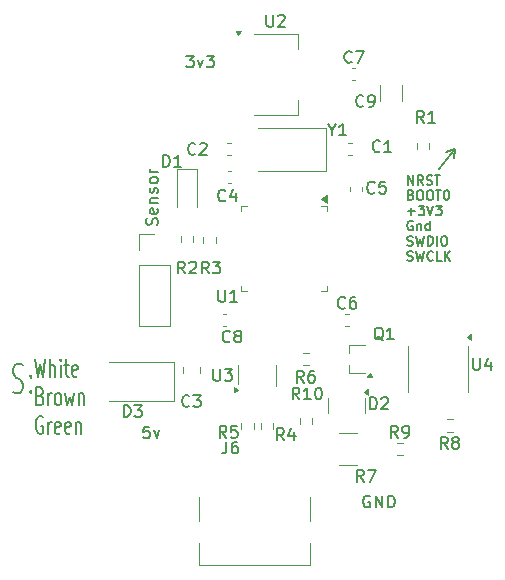
<source format=gbr>
%TF.GenerationSoftware,KiCad,Pcbnew,8.0.6*%
%TF.CreationDate,2024-12-26T12:17:48+03:00*%
%TF.ProjectId,Hall,48616c6c-2e6b-4696-9361-645f70636258,rev?*%
%TF.SameCoordinates,Original*%
%TF.FileFunction,Legend,Top*%
%TF.FilePolarity,Positive*%
%FSLAX46Y46*%
G04 Gerber Fmt 4.6, Leading zero omitted, Abs format (unit mm)*
G04 Created by KiCad (PCBNEW 8.0.6) date 2024-12-26 12:17:48*
%MOMM*%
%LPD*%
G01*
G04 APERTURE LIST*
%ADD10C,0.150000*%
%ADD11C,0.120000*%
G04 APERTURE END LIST*
D10*
X86995000Y-37973000D02*
X86868000Y-38735000D01*
X85598000Y-39624000D02*
X86995000Y-37973000D01*
X86995000Y-37973000D02*
X86233000Y-38227000D01*
X82966160Y-40952520D02*
X82966160Y-40152520D01*
X82966160Y-40152520D02*
X83423303Y-40952520D01*
X83423303Y-40952520D02*
X83423303Y-40152520D01*
X84261398Y-40952520D02*
X83994731Y-40571567D01*
X83804255Y-40952520D02*
X83804255Y-40152520D01*
X83804255Y-40152520D02*
X84109017Y-40152520D01*
X84109017Y-40152520D02*
X84185207Y-40190615D01*
X84185207Y-40190615D02*
X84223302Y-40228710D01*
X84223302Y-40228710D02*
X84261398Y-40304901D01*
X84261398Y-40304901D02*
X84261398Y-40419186D01*
X84261398Y-40419186D02*
X84223302Y-40495377D01*
X84223302Y-40495377D02*
X84185207Y-40533472D01*
X84185207Y-40533472D02*
X84109017Y-40571567D01*
X84109017Y-40571567D02*
X83804255Y-40571567D01*
X84566159Y-40914425D02*
X84680445Y-40952520D01*
X84680445Y-40952520D02*
X84870921Y-40952520D01*
X84870921Y-40952520D02*
X84947112Y-40914425D01*
X84947112Y-40914425D02*
X84985207Y-40876329D01*
X84985207Y-40876329D02*
X85023302Y-40800139D01*
X85023302Y-40800139D02*
X85023302Y-40723948D01*
X85023302Y-40723948D02*
X84985207Y-40647758D01*
X84985207Y-40647758D02*
X84947112Y-40609663D01*
X84947112Y-40609663D02*
X84870921Y-40571567D01*
X84870921Y-40571567D02*
X84718540Y-40533472D01*
X84718540Y-40533472D02*
X84642350Y-40495377D01*
X84642350Y-40495377D02*
X84604255Y-40457282D01*
X84604255Y-40457282D02*
X84566159Y-40381091D01*
X84566159Y-40381091D02*
X84566159Y-40304901D01*
X84566159Y-40304901D02*
X84604255Y-40228710D01*
X84604255Y-40228710D02*
X84642350Y-40190615D01*
X84642350Y-40190615D02*
X84718540Y-40152520D01*
X84718540Y-40152520D02*
X84909017Y-40152520D01*
X84909017Y-40152520D02*
X85023302Y-40190615D01*
X85251874Y-40152520D02*
X85709017Y-40152520D01*
X85480445Y-40952520D02*
X85480445Y-40152520D01*
X83232826Y-41821427D02*
X83347112Y-41859522D01*
X83347112Y-41859522D02*
X83385207Y-41897618D01*
X83385207Y-41897618D02*
X83423303Y-41973808D01*
X83423303Y-41973808D02*
X83423303Y-42088094D01*
X83423303Y-42088094D02*
X83385207Y-42164284D01*
X83385207Y-42164284D02*
X83347112Y-42202380D01*
X83347112Y-42202380D02*
X83270922Y-42240475D01*
X83270922Y-42240475D02*
X82966160Y-42240475D01*
X82966160Y-42240475D02*
X82966160Y-41440475D01*
X82966160Y-41440475D02*
X83232826Y-41440475D01*
X83232826Y-41440475D02*
X83309017Y-41478570D01*
X83309017Y-41478570D02*
X83347112Y-41516665D01*
X83347112Y-41516665D02*
X83385207Y-41592856D01*
X83385207Y-41592856D02*
X83385207Y-41669046D01*
X83385207Y-41669046D02*
X83347112Y-41745237D01*
X83347112Y-41745237D02*
X83309017Y-41783332D01*
X83309017Y-41783332D02*
X83232826Y-41821427D01*
X83232826Y-41821427D02*
X82966160Y-41821427D01*
X83918541Y-41440475D02*
X84070922Y-41440475D01*
X84070922Y-41440475D02*
X84147112Y-41478570D01*
X84147112Y-41478570D02*
X84223303Y-41554760D01*
X84223303Y-41554760D02*
X84261398Y-41707141D01*
X84261398Y-41707141D02*
X84261398Y-41973808D01*
X84261398Y-41973808D02*
X84223303Y-42126189D01*
X84223303Y-42126189D02*
X84147112Y-42202380D01*
X84147112Y-42202380D02*
X84070922Y-42240475D01*
X84070922Y-42240475D02*
X83918541Y-42240475D01*
X83918541Y-42240475D02*
X83842350Y-42202380D01*
X83842350Y-42202380D02*
X83766160Y-42126189D01*
X83766160Y-42126189D02*
X83728064Y-41973808D01*
X83728064Y-41973808D02*
X83728064Y-41707141D01*
X83728064Y-41707141D02*
X83766160Y-41554760D01*
X83766160Y-41554760D02*
X83842350Y-41478570D01*
X83842350Y-41478570D02*
X83918541Y-41440475D01*
X84756636Y-41440475D02*
X84909017Y-41440475D01*
X84909017Y-41440475D02*
X84985207Y-41478570D01*
X84985207Y-41478570D02*
X85061398Y-41554760D01*
X85061398Y-41554760D02*
X85099493Y-41707141D01*
X85099493Y-41707141D02*
X85099493Y-41973808D01*
X85099493Y-41973808D02*
X85061398Y-42126189D01*
X85061398Y-42126189D02*
X84985207Y-42202380D01*
X84985207Y-42202380D02*
X84909017Y-42240475D01*
X84909017Y-42240475D02*
X84756636Y-42240475D01*
X84756636Y-42240475D02*
X84680445Y-42202380D01*
X84680445Y-42202380D02*
X84604255Y-42126189D01*
X84604255Y-42126189D02*
X84566159Y-41973808D01*
X84566159Y-41973808D02*
X84566159Y-41707141D01*
X84566159Y-41707141D02*
X84604255Y-41554760D01*
X84604255Y-41554760D02*
X84680445Y-41478570D01*
X84680445Y-41478570D02*
X84756636Y-41440475D01*
X85328064Y-41440475D02*
X85785207Y-41440475D01*
X85556635Y-42240475D02*
X85556635Y-41440475D01*
X86204255Y-41440475D02*
X86280445Y-41440475D01*
X86280445Y-41440475D02*
X86356636Y-41478570D01*
X86356636Y-41478570D02*
X86394731Y-41516665D01*
X86394731Y-41516665D02*
X86432826Y-41592856D01*
X86432826Y-41592856D02*
X86470921Y-41745237D01*
X86470921Y-41745237D02*
X86470921Y-41935713D01*
X86470921Y-41935713D02*
X86432826Y-42088094D01*
X86432826Y-42088094D02*
X86394731Y-42164284D01*
X86394731Y-42164284D02*
X86356636Y-42202380D01*
X86356636Y-42202380D02*
X86280445Y-42240475D01*
X86280445Y-42240475D02*
X86204255Y-42240475D01*
X86204255Y-42240475D02*
X86128064Y-42202380D01*
X86128064Y-42202380D02*
X86089969Y-42164284D01*
X86089969Y-42164284D02*
X86051874Y-42088094D01*
X86051874Y-42088094D02*
X86013778Y-41935713D01*
X86013778Y-41935713D02*
X86013778Y-41745237D01*
X86013778Y-41745237D02*
X86051874Y-41592856D01*
X86051874Y-41592856D02*
X86089969Y-41516665D01*
X86089969Y-41516665D02*
X86128064Y-41478570D01*
X86128064Y-41478570D02*
X86204255Y-41440475D01*
X82966160Y-43223668D02*
X83575684Y-43223668D01*
X83270922Y-43528430D02*
X83270922Y-42918906D01*
X83880445Y-42728430D02*
X84375683Y-42728430D01*
X84375683Y-42728430D02*
X84109017Y-43033192D01*
X84109017Y-43033192D02*
X84223302Y-43033192D01*
X84223302Y-43033192D02*
X84299493Y-43071287D01*
X84299493Y-43071287D02*
X84337588Y-43109382D01*
X84337588Y-43109382D02*
X84375683Y-43185573D01*
X84375683Y-43185573D02*
X84375683Y-43376049D01*
X84375683Y-43376049D02*
X84337588Y-43452239D01*
X84337588Y-43452239D02*
X84299493Y-43490335D01*
X84299493Y-43490335D02*
X84223302Y-43528430D01*
X84223302Y-43528430D02*
X83994731Y-43528430D01*
X83994731Y-43528430D02*
X83918540Y-43490335D01*
X83918540Y-43490335D02*
X83880445Y-43452239D01*
X84604255Y-42728430D02*
X84870922Y-43528430D01*
X84870922Y-43528430D02*
X85137588Y-42728430D01*
X85328064Y-42728430D02*
X85823302Y-42728430D01*
X85823302Y-42728430D02*
X85556636Y-43033192D01*
X85556636Y-43033192D02*
X85670921Y-43033192D01*
X85670921Y-43033192D02*
X85747112Y-43071287D01*
X85747112Y-43071287D02*
X85785207Y-43109382D01*
X85785207Y-43109382D02*
X85823302Y-43185573D01*
X85823302Y-43185573D02*
X85823302Y-43376049D01*
X85823302Y-43376049D02*
X85785207Y-43452239D01*
X85785207Y-43452239D02*
X85747112Y-43490335D01*
X85747112Y-43490335D02*
X85670921Y-43528430D01*
X85670921Y-43528430D02*
X85442350Y-43528430D01*
X85442350Y-43528430D02*
X85366159Y-43490335D01*
X85366159Y-43490335D02*
X85328064Y-43452239D01*
X83385207Y-44054480D02*
X83309017Y-44016385D01*
X83309017Y-44016385D02*
X83194731Y-44016385D01*
X83194731Y-44016385D02*
X83080445Y-44054480D01*
X83080445Y-44054480D02*
X83004255Y-44130670D01*
X83004255Y-44130670D02*
X82966160Y-44206861D01*
X82966160Y-44206861D02*
X82928064Y-44359242D01*
X82928064Y-44359242D02*
X82928064Y-44473528D01*
X82928064Y-44473528D02*
X82966160Y-44625909D01*
X82966160Y-44625909D02*
X83004255Y-44702099D01*
X83004255Y-44702099D02*
X83080445Y-44778290D01*
X83080445Y-44778290D02*
X83194731Y-44816385D01*
X83194731Y-44816385D02*
X83270922Y-44816385D01*
X83270922Y-44816385D02*
X83385207Y-44778290D01*
X83385207Y-44778290D02*
X83423303Y-44740194D01*
X83423303Y-44740194D02*
X83423303Y-44473528D01*
X83423303Y-44473528D02*
X83270922Y-44473528D01*
X83766160Y-44283051D02*
X83766160Y-44816385D01*
X83766160Y-44359242D02*
X83804255Y-44321147D01*
X83804255Y-44321147D02*
X83880445Y-44283051D01*
X83880445Y-44283051D02*
X83994731Y-44283051D01*
X83994731Y-44283051D02*
X84070922Y-44321147D01*
X84070922Y-44321147D02*
X84109017Y-44397337D01*
X84109017Y-44397337D02*
X84109017Y-44816385D01*
X84832827Y-44816385D02*
X84832827Y-44016385D01*
X84832827Y-44778290D02*
X84756636Y-44816385D01*
X84756636Y-44816385D02*
X84604255Y-44816385D01*
X84604255Y-44816385D02*
X84528065Y-44778290D01*
X84528065Y-44778290D02*
X84489970Y-44740194D01*
X84489970Y-44740194D02*
X84451874Y-44664004D01*
X84451874Y-44664004D02*
X84451874Y-44435432D01*
X84451874Y-44435432D02*
X84489970Y-44359242D01*
X84489970Y-44359242D02*
X84528065Y-44321147D01*
X84528065Y-44321147D02*
X84604255Y-44283051D01*
X84604255Y-44283051D02*
X84756636Y-44283051D01*
X84756636Y-44283051D02*
X84832827Y-44321147D01*
X82928064Y-46066245D02*
X83042350Y-46104340D01*
X83042350Y-46104340D02*
X83232826Y-46104340D01*
X83232826Y-46104340D02*
X83309017Y-46066245D01*
X83309017Y-46066245D02*
X83347112Y-46028149D01*
X83347112Y-46028149D02*
X83385207Y-45951959D01*
X83385207Y-45951959D02*
X83385207Y-45875768D01*
X83385207Y-45875768D02*
X83347112Y-45799578D01*
X83347112Y-45799578D02*
X83309017Y-45761483D01*
X83309017Y-45761483D02*
X83232826Y-45723387D01*
X83232826Y-45723387D02*
X83080445Y-45685292D01*
X83080445Y-45685292D02*
X83004255Y-45647197D01*
X83004255Y-45647197D02*
X82966160Y-45609102D01*
X82966160Y-45609102D02*
X82928064Y-45532911D01*
X82928064Y-45532911D02*
X82928064Y-45456721D01*
X82928064Y-45456721D02*
X82966160Y-45380530D01*
X82966160Y-45380530D02*
X83004255Y-45342435D01*
X83004255Y-45342435D02*
X83080445Y-45304340D01*
X83080445Y-45304340D02*
X83270922Y-45304340D01*
X83270922Y-45304340D02*
X83385207Y-45342435D01*
X83651874Y-45304340D02*
X83842350Y-46104340D01*
X83842350Y-46104340D02*
X83994731Y-45532911D01*
X83994731Y-45532911D02*
X84147112Y-46104340D01*
X84147112Y-46104340D02*
X84337589Y-45304340D01*
X84642351Y-46104340D02*
X84642351Y-45304340D01*
X84642351Y-45304340D02*
X84832827Y-45304340D01*
X84832827Y-45304340D02*
X84947113Y-45342435D01*
X84947113Y-45342435D02*
X85023303Y-45418625D01*
X85023303Y-45418625D02*
X85061398Y-45494816D01*
X85061398Y-45494816D02*
X85099494Y-45647197D01*
X85099494Y-45647197D02*
X85099494Y-45761483D01*
X85099494Y-45761483D02*
X85061398Y-45913864D01*
X85061398Y-45913864D02*
X85023303Y-45990054D01*
X85023303Y-45990054D02*
X84947113Y-46066245D01*
X84947113Y-46066245D02*
X84832827Y-46104340D01*
X84832827Y-46104340D02*
X84642351Y-46104340D01*
X85442351Y-46104340D02*
X85442351Y-45304340D01*
X85975684Y-45304340D02*
X86128065Y-45304340D01*
X86128065Y-45304340D02*
X86204255Y-45342435D01*
X86204255Y-45342435D02*
X86280446Y-45418625D01*
X86280446Y-45418625D02*
X86318541Y-45571006D01*
X86318541Y-45571006D02*
X86318541Y-45837673D01*
X86318541Y-45837673D02*
X86280446Y-45990054D01*
X86280446Y-45990054D02*
X86204255Y-46066245D01*
X86204255Y-46066245D02*
X86128065Y-46104340D01*
X86128065Y-46104340D02*
X85975684Y-46104340D01*
X85975684Y-46104340D02*
X85899493Y-46066245D01*
X85899493Y-46066245D02*
X85823303Y-45990054D01*
X85823303Y-45990054D02*
X85785207Y-45837673D01*
X85785207Y-45837673D02*
X85785207Y-45571006D01*
X85785207Y-45571006D02*
X85823303Y-45418625D01*
X85823303Y-45418625D02*
X85899493Y-45342435D01*
X85899493Y-45342435D02*
X85975684Y-45304340D01*
X82928064Y-47354200D02*
X83042350Y-47392295D01*
X83042350Y-47392295D02*
X83232826Y-47392295D01*
X83232826Y-47392295D02*
X83309017Y-47354200D01*
X83309017Y-47354200D02*
X83347112Y-47316104D01*
X83347112Y-47316104D02*
X83385207Y-47239914D01*
X83385207Y-47239914D02*
X83385207Y-47163723D01*
X83385207Y-47163723D02*
X83347112Y-47087533D01*
X83347112Y-47087533D02*
X83309017Y-47049438D01*
X83309017Y-47049438D02*
X83232826Y-47011342D01*
X83232826Y-47011342D02*
X83080445Y-46973247D01*
X83080445Y-46973247D02*
X83004255Y-46935152D01*
X83004255Y-46935152D02*
X82966160Y-46897057D01*
X82966160Y-46897057D02*
X82928064Y-46820866D01*
X82928064Y-46820866D02*
X82928064Y-46744676D01*
X82928064Y-46744676D02*
X82966160Y-46668485D01*
X82966160Y-46668485D02*
X83004255Y-46630390D01*
X83004255Y-46630390D02*
X83080445Y-46592295D01*
X83080445Y-46592295D02*
X83270922Y-46592295D01*
X83270922Y-46592295D02*
X83385207Y-46630390D01*
X83651874Y-46592295D02*
X83842350Y-47392295D01*
X83842350Y-47392295D02*
X83994731Y-46820866D01*
X83994731Y-46820866D02*
X84147112Y-47392295D01*
X84147112Y-47392295D02*
X84337589Y-46592295D01*
X85099494Y-47316104D02*
X85061398Y-47354200D01*
X85061398Y-47354200D02*
X84947113Y-47392295D01*
X84947113Y-47392295D02*
X84870922Y-47392295D01*
X84870922Y-47392295D02*
X84756636Y-47354200D01*
X84756636Y-47354200D02*
X84680446Y-47278009D01*
X84680446Y-47278009D02*
X84642351Y-47201819D01*
X84642351Y-47201819D02*
X84604255Y-47049438D01*
X84604255Y-47049438D02*
X84604255Y-46935152D01*
X84604255Y-46935152D02*
X84642351Y-46782771D01*
X84642351Y-46782771D02*
X84680446Y-46706580D01*
X84680446Y-46706580D02*
X84756636Y-46630390D01*
X84756636Y-46630390D02*
X84870922Y-46592295D01*
X84870922Y-46592295D02*
X84947113Y-46592295D01*
X84947113Y-46592295D02*
X85061398Y-46630390D01*
X85061398Y-46630390D02*
X85099494Y-46668485D01*
X85823303Y-47392295D02*
X85442351Y-47392295D01*
X85442351Y-47392295D02*
X85442351Y-46592295D01*
X86089970Y-47392295D02*
X86089970Y-46592295D01*
X86547113Y-47392295D02*
X86204255Y-46935152D01*
X86547113Y-46592295D02*
X86089970Y-47049438D01*
X49533398Y-58495200D02*
X49747684Y-58614247D01*
X49747684Y-58614247D02*
X50104826Y-58614247D01*
X50104826Y-58614247D02*
X50247684Y-58495200D01*
X50247684Y-58495200D02*
X50319112Y-58376152D01*
X50319112Y-58376152D02*
X50390541Y-58138057D01*
X50390541Y-58138057D02*
X50390541Y-57899961D01*
X50390541Y-57899961D02*
X50319112Y-57661866D01*
X50319112Y-57661866D02*
X50247684Y-57542819D01*
X50247684Y-57542819D02*
X50104826Y-57423771D01*
X50104826Y-57423771D02*
X49819112Y-57304723D01*
X49819112Y-57304723D02*
X49676255Y-57185676D01*
X49676255Y-57185676D02*
X49604826Y-57066628D01*
X49604826Y-57066628D02*
X49533398Y-56828533D01*
X49533398Y-56828533D02*
X49533398Y-56590438D01*
X49533398Y-56590438D02*
X49604826Y-56352342D01*
X49604826Y-56352342D02*
X49676255Y-56233295D01*
X49676255Y-56233295D02*
X49819112Y-56114247D01*
X49819112Y-56114247D02*
X50176255Y-56114247D01*
X50176255Y-56114247D02*
X50390541Y-56233295D01*
X51033397Y-58376152D02*
X51104826Y-58495200D01*
X51104826Y-58495200D02*
X51033397Y-58614247D01*
X51033397Y-58614247D02*
X50961969Y-58495200D01*
X50961969Y-58495200D02*
X51033397Y-58376152D01*
X51033397Y-58376152D02*
X51033397Y-58614247D01*
X51033397Y-57066628D02*
X51104826Y-57185676D01*
X51104826Y-57185676D02*
X51033397Y-57304723D01*
X51033397Y-57304723D02*
X50961969Y-57185676D01*
X50961969Y-57185676D02*
X51033397Y-57066628D01*
X51033397Y-57066628D02*
X51033397Y-57304723D01*
X51422541Y-55708796D02*
X51660636Y-57208796D01*
X51660636Y-57208796D02*
X51851112Y-56137368D01*
X51851112Y-56137368D02*
X52041588Y-57208796D01*
X52041588Y-57208796D02*
X52279684Y-55708796D01*
X52660636Y-57208796D02*
X52660636Y-55708796D01*
X53089207Y-57208796D02*
X53089207Y-56423082D01*
X53089207Y-56423082D02*
X53041588Y-56280225D01*
X53041588Y-56280225D02*
X52946350Y-56208796D01*
X52946350Y-56208796D02*
X52803493Y-56208796D01*
X52803493Y-56208796D02*
X52708255Y-56280225D01*
X52708255Y-56280225D02*
X52660636Y-56351653D01*
X53565398Y-57208796D02*
X53565398Y-56208796D01*
X53565398Y-55708796D02*
X53517779Y-55780225D01*
X53517779Y-55780225D02*
X53565398Y-55851653D01*
X53565398Y-55851653D02*
X53613017Y-55780225D01*
X53613017Y-55780225D02*
X53565398Y-55708796D01*
X53565398Y-55708796D02*
X53565398Y-55851653D01*
X53898731Y-56208796D02*
X54279683Y-56208796D01*
X54041588Y-55708796D02*
X54041588Y-56994510D01*
X54041588Y-56994510D02*
X54089207Y-57137368D01*
X54089207Y-57137368D02*
X54184445Y-57208796D01*
X54184445Y-57208796D02*
X54279683Y-57208796D01*
X54993969Y-57137368D02*
X54898731Y-57208796D01*
X54898731Y-57208796D02*
X54708255Y-57208796D01*
X54708255Y-57208796D02*
X54613017Y-57137368D01*
X54613017Y-57137368D02*
X54565398Y-56994510D01*
X54565398Y-56994510D02*
X54565398Y-56423082D01*
X54565398Y-56423082D02*
X54613017Y-56280225D01*
X54613017Y-56280225D02*
X54708255Y-56208796D01*
X54708255Y-56208796D02*
X54898731Y-56208796D01*
X54898731Y-56208796D02*
X54993969Y-56280225D01*
X54993969Y-56280225D02*
X55041588Y-56423082D01*
X55041588Y-56423082D02*
X55041588Y-56565939D01*
X55041588Y-56565939D02*
X54565398Y-56708796D01*
X51851112Y-58837998D02*
X51993969Y-58909426D01*
X51993969Y-58909426D02*
X52041588Y-58980855D01*
X52041588Y-58980855D02*
X52089207Y-59123712D01*
X52089207Y-59123712D02*
X52089207Y-59337998D01*
X52089207Y-59337998D02*
X52041588Y-59480855D01*
X52041588Y-59480855D02*
X51993969Y-59552284D01*
X51993969Y-59552284D02*
X51898731Y-59623712D01*
X51898731Y-59623712D02*
X51517779Y-59623712D01*
X51517779Y-59623712D02*
X51517779Y-58123712D01*
X51517779Y-58123712D02*
X51851112Y-58123712D01*
X51851112Y-58123712D02*
X51946350Y-58195141D01*
X51946350Y-58195141D02*
X51993969Y-58266569D01*
X51993969Y-58266569D02*
X52041588Y-58409426D01*
X52041588Y-58409426D02*
X52041588Y-58552284D01*
X52041588Y-58552284D02*
X51993969Y-58695141D01*
X51993969Y-58695141D02*
X51946350Y-58766569D01*
X51946350Y-58766569D02*
X51851112Y-58837998D01*
X51851112Y-58837998D02*
X51517779Y-58837998D01*
X52517779Y-59623712D02*
X52517779Y-58623712D01*
X52517779Y-58909426D02*
X52565398Y-58766569D01*
X52565398Y-58766569D02*
X52613017Y-58695141D01*
X52613017Y-58695141D02*
X52708255Y-58623712D01*
X52708255Y-58623712D02*
X52803493Y-58623712D01*
X53279684Y-59623712D02*
X53184446Y-59552284D01*
X53184446Y-59552284D02*
X53136827Y-59480855D01*
X53136827Y-59480855D02*
X53089208Y-59337998D01*
X53089208Y-59337998D02*
X53089208Y-58909426D01*
X53089208Y-58909426D02*
X53136827Y-58766569D01*
X53136827Y-58766569D02*
X53184446Y-58695141D01*
X53184446Y-58695141D02*
X53279684Y-58623712D01*
X53279684Y-58623712D02*
X53422541Y-58623712D01*
X53422541Y-58623712D02*
X53517779Y-58695141D01*
X53517779Y-58695141D02*
X53565398Y-58766569D01*
X53565398Y-58766569D02*
X53613017Y-58909426D01*
X53613017Y-58909426D02*
X53613017Y-59337998D01*
X53613017Y-59337998D02*
X53565398Y-59480855D01*
X53565398Y-59480855D02*
X53517779Y-59552284D01*
X53517779Y-59552284D02*
X53422541Y-59623712D01*
X53422541Y-59623712D02*
X53279684Y-59623712D01*
X53946351Y-58623712D02*
X54136827Y-59623712D01*
X54136827Y-59623712D02*
X54327303Y-58909426D01*
X54327303Y-58909426D02*
X54517779Y-59623712D01*
X54517779Y-59623712D02*
X54708255Y-58623712D01*
X55089208Y-58623712D02*
X55089208Y-59623712D01*
X55089208Y-58766569D02*
X55136827Y-58695141D01*
X55136827Y-58695141D02*
X55232065Y-58623712D01*
X55232065Y-58623712D02*
X55374922Y-58623712D01*
X55374922Y-58623712D02*
X55470160Y-58695141D01*
X55470160Y-58695141D02*
X55517779Y-58837998D01*
X55517779Y-58837998D02*
X55517779Y-59623712D01*
X52041588Y-60610057D02*
X51946350Y-60538628D01*
X51946350Y-60538628D02*
X51803493Y-60538628D01*
X51803493Y-60538628D02*
X51660636Y-60610057D01*
X51660636Y-60610057D02*
X51565398Y-60752914D01*
X51565398Y-60752914D02*
X51517779Y-60895771D01*
X51517779Y-60895771D02*
X51470160Y-61181485D01*
X51470160Y-61181485D02*
X51470160Y-61395771D01*
X51470160Y-61395771D02*
X51517779Y-61681485D01*
X51517779Y-61681485D02*
X51565398Y-61824342D01*
X51565398Y-61824342D02*
X51660636Y-61967200D01*
X51660636Y-61967200D02*
X51803493Y-62038628D01*
X51803493Y-62038628D02*
X51898731Y-62038628D01*
X51898731Y-62038628D02*
X52041588Y-61967200D01*
X52041588Y-61967200D02*
X52089207Y-61895771D01*
X52089207Y-61895771D02*
X52089207Y-61395771D01*
X52089207Y-61395771D02*
X51898731Y-61395771D01*
X52517779Y-62038628D02*
X52517779Y-61038628D01*
X52517779Y-61324342D02*
X52565398Y-61181485D01*
X52565398Y-61181485D02*
X52613017Y-61110057D01*
X52613017Y-61110057D02*
X52708255Y-61038628D01*
X52708255Y-61038628D02*
X52803493Y-61038628D01*
X53517779Y-61967200D02*
X53422541Y-62038628D01*
X53422541Y-62038628D02*
X53232065Y-62038628D01*
X53232065Y-62038628D02*
X53136827Y-61967200D01*
X53136827Y-61967200D02*
X53089208Y-61824342D01*
X53089208Y-61824342D02*
X53089208Y-61252914D01*
X53089208Y-61252914D02*
X53136827Y-61110057D01*
X53136827Y-61110057D02*
X53232065Y-61038628D01*
X53232065Y-61038628D02*
X53422541Y-61038628D01*
X53422541Y-61038628D02*
X53517779Y-61110057D01*
X53517779Y-61110057D02*
X53565398Y-61252914D01*
X53565398Y-61252914D02*
X53565398Y-61395771D01*
X53565398Y-61395771D02*
X53089208Y-61538628D01*
X54374922Y-61967200D02*
X54279684Y-62038628D01*
X54279684Y-62038628D02*
X54089208Y-62038628D01*
X54089208Y-62038628D02*
X53993970Y-61967200D01*
X53993970Y-61967200D02*
X53946351Y-61824342D01*
X53946351Y-61824342D02*
X53946351Y-61252914D01*
X53946351Y-61252914D02*
X53993970Y-61110057D01*
X53993970Y-61110057D02*
X54089208Y-61038628D01*
X54089208Y-61038628D02*
X54279684Y-61038628D01*
X54279684Y-61038628D02*
X54374922Y-61110057D01*
X54374922Y-61110057D02*
X54422541Y-61252914D01*
X54422541Y-61252914D02*
X54422541Y-61395771D01*
X54422541Y-61395771D02*
X53946351Y-61538628D01*
X54851113Y-61038628D02*
X54851113Y-62038628D01*
X54851113Y-61181485D02*
X54898732Y-61110057D01*
X54898732Y-61110057D02*
X54993970Y-61038628D01*
X54993970Y-61038628D02*
X55136827Y-61038628D01*
X55136827Y-61038628D02*
X55232065Y-61110057D01*
X55232065Y-61110057D02*
X55279684Y-61252914D01*
X55279684Y-61252914D02*
X55279684Y-62038628D01*
X66127333Y-48460819D02*
X65794000Y-47984628D01*
X65555905Y-48460819D02*
X65555905Y-47460819D01*
X65555905Y-47460819D02*
X65936857Y-47460819D01*
X65936857Y-47460819D02*
X66032095Y-47508438D01*
X66032095Y-47508438D02*
X66079714Y-47556057D01*
X66079714Y-47556057D02*
X66127333Y-47651295D01*
X66127333Y-47651295D02*
X66127333Y-47794152D01*
X66127333Y-47794152D02*
X66079714Y-47889390D01*
X66079714Y-47889390D02*
X66032095Y-47937009D01*
X66032095Y-47937009D02*
X65936857Y-47984628D01*
X65936857Y-47984628D02*
X65555905Y-47984628D01*
X66460667Y-47460819D02*
X67079714Y-47460819D01*
X67079714Y-47460819D02*
X66746381Y-47841771D01*
X66746381Y-47841771D02*
X66889238Y-47841771D01*
X66889238Y-47841771D02*
X66984476Y-47889390D01*
X66984476Y-47889390D02*
X67032095Y-47937009D01*
X67032095Y-47937009D02*
X67079714Y-48032247D01*
X67079714Y-48032247D02*
X67079714Y-48270342D01*
X67079714Y-48270342D02*
X67032095Y-48365580D01*
X67032095Y-48365580D02*
X66984476Y-48413200D01*
X66984476Y-48413200D02*
X66889238Y-48460819D01*
X66889238Y-48460819D02*
X66603524Y-48460819D01*
X66603524Y-48460819D02*
X66508286Y-48413200D01*
X66508286Y-48413200D02*
X66460667Y-48365580D01*
X64095333Y-48460819D02*
X63762000Y-47984628D01*
X63523905Y-48460819D02*
X63523905Y-47460819D01*
X63523905Y-47460819D02*
X63904857Y-47460819D01*
X63904857Y-47460819D02*
X64000095Y-47508438D01*
X64000095Y-47508438D02*
X64047714Y-47556057D01*
X64047714Y-47556057D02*
X64095333Y-47651295D01*
X64095333Y-47651295D02*
X64095333Y-47794152D01*
X64095333Y-47794152D02*
X64047714Y-47889390D01*
X64047714Y-47889390D02*
X64000095Y-47937009D01*
X64000095Y-47937009D02*
X63904857Y-47984628D01*
X63904857Y-47984628D02*
X63523905Y-47984628D01*
X64476286Y-47556057D02*
X64523905Y-47508438D01*
X64523905Y-47508438D02*
X64619143Y-47460819D01*
X64619143Y-47460819D02*
X64857238Y-47460819D01*
X64857238Y-47460819D02*
X64952476Y-47508438D01*
X64952476Y-47508438D02*
X65000095Y-47556057D01*
X65000095Y-47556057D02*
X65047714Y-47651295D01*
X65047714Y-47651295D02*
X65047714Y-47746533D01*
X65047714Y-47746533D02*
X65000095Y-47889390D01*
X65000095Y-47889390D02*
X64428667Y-48460819D01*
X64428667Y-48460819D02*
X65047714Y-48460819D01*
X62253905Y-39443819D02*
X62253905Y-38443819D01*
X62253905Y-38443819D02*
X62492000Y-38443819D01*
X62492000Y-38443819D02*
X62634857Y-38491438D01*
X62634857Y-38491438D02*
X62730095Y-38586676D01*
X62730095Y-38586676D02*
X62777714Y-38681914D01*
X62777714Y-38681914D02*
X62825333Y-38872390D01*
X62825333Y-38872390D02*
X62825333Y-39015247D01*
X62825333Y-39015247D02*
X62777714Y-39205723D01*
X62777714Y-39205723D02*
X62730095Y-39300961D01*
X62730095Y-39300961D02*
X62634857Y-39396200D01*
X62634857Y-39396200D02*
X62492000Y-39443819D01*
X62492000Y-39443819D02*
X62253905Y-39443819D01*
X63777714Y-39443819D02*
X63206286Y-39443819D01*
X63492000Y-39443819D02*
X63492000Y-38443819D01*
X63492000Y-38443819D02*
X63396762Y-38586676D01*
X63396762Y-38586676D02*
X63301524Y-38681914D01*
X63301524Y-38681914D02*
X63206286Y-38729533D01*
X67611666Y-62700819D02*
X67611666Y-63415104D01*
X67611666Y-63415104D02*
X67564047Y-63557961D01*
X67564047Y-63557961D02*
X67468809Y-63653200D01*
X67468809Y-63653200D02*
X67325952Y-63700819D01*
X67325952Y-63700819D02*
X67230714Y-63700819D01*
X68516428Y-62700819D02*
X68325952Y-62700819D01*
X68325952Y-62700819D02*
X68230714Y-62748438D01*
X68230714Y-62748438D02*
X68183095Y-62796057D01*
X68183095Y-62796057D02*
X68087857Y-62938914D01*
X68087857Y-62938914D02*
X68040238Y-63129390D01*
X68040238Y-63129390D02*
X68040238Y-63510342D01*
X68040238Y-63510342D02*
X68087857Y-63605580D01*
X68087857Y-63605580D02*
X68135476Y-63653200D01*
X68135476Y-63653200D02*
X68230714Y-63700819D01*
X68230714Y-63700819D02*
X68421190Y-63700819D01*
X68421190Y-63700819D02*
X68516428Y-63653200D01*
X68516428Y-63653200D02*
X68564047Y-63605580D01*
X68564047Y-63605580D02*
X68611666Y-63510342D01*
X68611666Y-63510342D02*
X68611666Y-63272247D01*
X68611666Y-63272247D02*
X68564047Y-63177009D01*
X68564047Y-63177009D02*
X68516428Y-63129390D01*
X68516428Y-63129390D02*
X68421190Y-63081771D01*
X68421190Y-63081771D02*
X68230714Y-63081771D01*
X68230714Y-63081771D02*
X68135476Y-63129390D01*
X68135476Y-63129390D02*
X68087857Y-63177009D01*
X68087857Y-63177009D02*
X68040238Y-63272247D01*
X79781005Y-59964719D02*
X79781005Y-58964719D01*
X79781005Y-58964719D02*
X80019100Y-58964719D01*
X80019100Y-58964719D02*
X80161957Y-59012338D01*
X80161957Y-59012338D02*
X80257195Y-59107576D01*
X80257195Y-59107576D02*
X80304814Y-59202814D01*
X80304814Y-59202814D02*
X80352433Y-59393290D01*
X80352433Y-59393290D02*
X80352433Y-59536147D01*
X80352433Y-59536147D02*
X80304814Y-59726623D01*
X80304814Y-59726623D02*
X80257195Y-59821861D01*
X80257195Y-59821861D02*
X80161957Y-59917100D01*
X80161957Y-59917100D02*
X80019100Y-59964719D01*
X80019100Y-59964719D02*
X79781005Y-59964719D01*
X80733386Y-59059957D02*
X80781005Y-59012338D01*
X80781005Y-59012338D02*
X80876243Y-58964719D01*
X80876243Y-58964719D02*
X81114338Y-58964719D01*
X81114338Y-58964719D02*
X81209576Y-59012338D01*
X81209576Y-59012338D02*
X81257195Y-59059957D01*
X81257195Y-59059957D02*
X81304814Y-59155195D01*
X81304814Y-59155195D02*
X81304814Y-59250433D01*
X81304814Y-59250433D02*
X81257195Y-59393290D01*
X81257195Y-59393290D02*
X80685767Y-59964719D01*
X80685767Y-59964719D02*
X81304814Y-59964719D01*
X61748200Y-44370333D02*
X61795819Y-44227476D01*
X61795819Y-44227476D02*
X61795819Y-43989381D01*
X61795819Y-43989381D02*
X61748200Y-43894143D01*
X61748200Y-43894143D02*
X61700580Y-43846524D01*
X61700580Y-43846524D02*
X61605342Y-43798905D01*
X61605342Y-43798905D02*
X61510104Y-43798905D01*
X61510104Y-43798905D02*
X61414866Y-43846524D01*
X61414866Y-43846524D02*
X61367247Y-43894143D01*
X61367247Y-43894143D02*
X61319628Y-43989381D01*
X61319628Y-43989381D02*
X61272009Y-44179857D01*
X61272009Y-44179857D02*
X61224390Y-44275095D01*
X61224390Y-44275095D02*
X61176771Y-44322714D01*
X61176771Y-44322714D02*
X61081533Y-44370333D01*
X61081533Y-44370333D02*
X60986295Y-44370333D01*
X60986295Y-44370333D02*
X60891057Y-44322714D01*
X60891057Y-44322714D02*
X60843438Y-44275095D01*
X60843438Y-44275095D02*
X60795819Y-44179857D01*
X60795819Y-44179857D02*
X60795819Y-43941762D01*
X60795819Y-43941762D02*
X60843438Y-43798905D01*
X61748200Y-42989381D02*
X61795819Y-43084619D01*
X61795819Y-43084619D02*
X61795819Y-43275095D01*
X61795819Y-43275095D02*
X61748200Y-43370333D01*
X61748200Y-43370333D02*
X61652961Y-43417952D01*
X61652961Y-43417952D02*
X61272009Y-43417952D01*
X61272009Y-43417952D02*
X61176771Y-43370333D01*
X61176771Y-43370333D02*
X61129152Y-43275095D01*
X61129152Y-43275095D02*
X61129152Y-43084619D01*
X61129152Y-43084619D02*
X61176771Y-42989381D01*
X61176771Y-42989381D02*
X61272009Y-42941762D01*
X61272009Y-42941762D02*
X61367247Y-42941762D01*
X61367247Y-42941762D02*
X61462485Y-43417952D01*
X61129152Y-42513190D02*
X61795819Y-42513190D01*
X61224390Y-42513190D02*
X61176771Y-42465571D01*
X61176771Y-42465571D02*
X61129152Y-42370333D01*
X61129152Y-42370333D02*
X61129152Y-42227476D01*
X61129152Y-42227476D02*
X61176771Y-42132238D01*
X61176771Y-42132238D02*
X61272009Y-42084619D01*
X61272009Y-42084619D02*
X61795819Y-42084619D01*
X61748200Y-41656047D02*
X61795819Y-41560809D01*
X61795819Y-41560809D02*
X61795819Y-41370333D01*
X61795819Y-41370333D02*
X61748200Y-41275095D01*
X61748200Y-41275095D02*
X61652961Y-41227476D01*
X61652961Y-41227476D02*
X61605342Y-41227476D01*
X61605342Y-41227476D02*
X61510104Y-41275095D01*
X61510104Y-41275095D02*
X61462485Y-41370333D01*
X61462485Y-41370333D02*
X61462485Y-41513190D01*
X61462485Y-41513190D02*
X61414866Y-41608428D01*
X61414866Y-41608428D02*
X61319628Y-41656047D01*
X61319628Y-41656047D02*
X61272009Y-41656047D01*
X61272009Y-41656047D02*
X61176771Y-41608428D01*
X61176771Y-41608428D02*
X61129152Y-41513190D01*
X61129152Y-41513190D02*
X61129152Y-41370333D01*
X61129152Y-41370333D02*
X61176771Y-41275095D01*
X61795819Y-40656047D02*
X61748200Y-40751285D01*
X61748200Y-40751285D02*
X61700580Y-40798904D01*
X61700580Y-40798904D02*
X61605342Y-40846523D01*
X61605342Y-40846523D02*
X61319628Y-40846523D01*
X61319628Y-40846523D02*
X61224390Y-40798904D01*
X61224390Y-40798904D02*
X61176771Y-40751285D01*
X61176771Y-40751285D02*
X61129152Y-40656047D01*
X61129152Y-40656047D02*
X61129152Y-40513190D01*
X61129152Y-40513190D02*
X61176771Y-40417952D01*
X61176771Y-40417952D02*
X61224390Y-40370333D01*
X61224390Y-40370333D02*
X61319628Y-40322714D01*
X61319628Y-40322714D02*
X61605342Y-40322714D01*
X61605342Y-40322714D02*
X61700580Y-40370333D01*
X61700580Y-40370333D02*
X61748200Y-40417952D01*
X61748200Y-40417952D02*
X61795819Y-40513190D01*
X61795819Y-40513190D02*
X61795819Y-40656047D01*
X61795819Y-39894142D02*
X61129152Y-39894142D01*
X61319628Y-39894142D02*
X61224390Y-39846523D01*
X61224390Y-39846523D02*
X61176771Y-39798904D01*
X61176771Y-39798904D02*
X61129152Y-39703666D01*
X61129152Y-39703666D02*
X61129152Y-39608428D01*
X79756095Y-67320438D02*
X79660857Y-67272819D01*
X79660857Y-67272819D02*
X79518000Y-67272819D01*
X79518000Y-67272819D02*
X79375143Y-67320438D01*
X79375143Y-67320438D02*
X79279905Y-67415676D01*
X79279905Y-67415676D02*
X79232286Y-67510914D01*
X79232286Y-67510914D02*
X79184667Y-67701390D01*
X79184667Y-67701390D02*
X79184667Y-67844247D01*
X79184667Y-67844247D02*
X79232286Y-68034723D01*
X79232286Y-68034723D02*
X79279905Y-68129961D01*
X79279905Y-68129961D02*
X79375143Y-68225200D01*
X79375143Y-68225200D02*
X79518000Y-68272819D01*
X79518000Y-68272819D02*
X79613238Y-68272819D01*
X79613238Y-68272819D02*
X79756095Y-68225200D01*
X79756095Y-68225200D02*
X79803714Y-68177580D01*
X79803714Y-68177580D02*
X79803714Y-67844247D01*
X79803714Y-67844247D02*
X79613238Y-67844247D01*
X80232286Y-68272819D02*
X80232286Y-67272819D01*
X80232286Y-67272819D02*
X80803714Y-68272819D01*
X80803714Y-68272819D02*
X80803714Y-67272819D01*
X81279905Y-68272819D02*
X81279905Y-67272819D01*
X81279905Y-67272819D02*
X81518000Y-67272819D01*
X81518000Y-67272819D02*
X81660857Y-67320438D01*
X81660857Y-67320438D02*
X81756095Y-67415676D01*
X81756095Y-67415676D02*
X81803714Y-67510914D01*
X81803714Y-67510914D02*
X81851333Y-67701390D01*
X81851333Y-67701390D02*
X81851333Y-67844247D01*
X81851333Y-67844247D02*
X81803714Y-68034723D01*
X81803714Y-68034723D02*
X81756095Y-68129961D01*
X81756095Y-68129961D02*
X81660857Y-68225200D01*
X81660857Y-68225200D02*
X81518000Y-68272819D01*
X81518000Y-68272819D02*
X81279905Y-68272819D01*
X78218833Y-30552580D02*
X78171214Y-30600200D01*
X78171214Y-30600200D02*
X78028357Y-30647819D01*
X78028357Y-30647819D02*
X77933119Y-30647819D01*
X77933119Y-30647819D02*
X77790262Y-30600200D01*
X77790262Y-30600200D02*
X77695024Y-30504961D01*
X77695024Y-30504961D02*
X77647405Y-30409723D01*
X77647405Y-30409723D02*
X77599786Y-30219247D01*
X77599786Y-30219247D02*
X77599786Y-30076390D01*
X77599786Y-30076390D02*
X77647405Y-29885914D01*
X77647405Y-29885914D02*
X77695024Y-29790676D01*
X77695024Y-29790676D02*
X77790262Y-29695438D01*
X77790262Y-29695438D02*
X77933119Y-29647819D01*
X77933119Y-29647819D02*
X78028357Y-29647819D01*
X78028357Y-29647819D02*
X78171214Y-29695438D01*
X78171214Y-29695438D02*
X78218833Y-29743057D01*
X78552167Y-29647819D02*
X79218833Y-29647819D01*
X79218833Y-29647819D02*
X78790262Y-30647819D01*
X64214524Y-30025819D02*
X64833571Y-30025819D01*
X64833571Y-30025819D02*
X64500238Y-30406771D01*
X64500238Y-30406771D02*
X64643095Y-30406771D01*
X64643095Y-30406771D02*
X64738333Y-30454390D01*
X64738333Y-30454390D02*
X64785952Y-30502009D01*
X64785952Y-30502009D02*
X64833571Y-30597247D01*
X64833571Y-30597247D02*
X64833571Y-30835342D01*
X64833571Y-30835342D02*
X64785952Y-30930580D01*
X64785952Y-30930580D02*
X64738333Y-30978200D01*
X64738333Y-30978200D02*
X64643095Y-31025819D01*
X64643095Y-31025819D02*
X64357381Y-31025819D01*
X64357381Y-31025819D02*
X64262143Y-30978200D01*
X64262143Y-30978200D02*
X64214524Y-30930580D01*
X65166905Y-30359152D02*
X65405000Y-31025819D01*
X65405000Y-31025819D02*
X65643095Y-30359152D01*
X65928810Y-30025819D02*
X66547857Y-30025819D01*
X66547857Y-30025819D02*
X66214524Y-30406771D01*
X66214524Y-30406771D02*
X66357381Y-30406771D01*
X66357381Y-30406771D02*
X66452619Y-30454390D01*
X66452619Y-30454390D02*
X66500238Y-30502009D01*
X66500238Y-30502009D02*
X66547857Y-30597247D01*
X66547857Y-30597247D02*
X66547857Y-30835342D01*
X66547857Y-30835342D02*
X66500238Y-30930580D01*
X66500238Y-30930580D02*
X66452619Y-30978200D01*
X66452619Y-30978200D02*
X66357381Y-31025819D01*
X66357381Y-31025819D02*
X66071667Y-31025819D01*
X66071667Y-31025819D02*
X65976429Y-30978200D01*
X65976429Y-30978200D02*
X65928810Y-30930580D01*
X66508095Y-56557819D02*
X66508095Y-57367342D01*
X66508095Y-57367342D02*
X66555714Y-57462580D01*
X66555714Y-57462580D02*
X66603333Y-57510200D01*
X66603333Y-57510200D02*
X66698571Y-57557819D01*
X66698571Y-57557819D02*
X66889047Y-57557819D01*
X66889047Y-57557819D02*
X66984285Y-57510200D01*
X66984285Y-57510200D02*
X67031904Y-57462580D01*
X67031904Y-57462580D02*
X67079523Y-57367342D01*
X67079523Y-57367342D02*
X67079523Y-56557819D01*
X67460476Y-56557819D02*
X68079523Y-56557819D01*
X68079523Y-56557819D02*
X67746190Y-56938771D01*
X67746190Y-56938771D02*
X67889047Y-56938771D01*
X67889047Y-56938771D02*
X67984285Y-56986390D01*
X67984285Y-56986390D02*
X68031904Y-57034009D01*
X68031904Y-57034009D02*
X68079523Y-57129247D01*
X68079523Y-57129247D02*
X68079523Y-57367342D01*
X68079523Y-57367342D02*
X68031904Y-57462580D01*
X68031904Y-57462580D02*
X67984285Y-57510200D01*
X67984285Y-57510200D02*
X67889047Y-57557819D01*
X67889047Y-57557819D02*
X67603333Y-57557819D01*
X67603333Y-57557819D02*
X67508095Y-57510200D01*
X67508095Y-57510200D02*
X67460476Y-57462580D01*
X67905333Y-54215180D02*
X67857714Y-54262800D01*
X67857714Y-54262800D02*
X67714857Y-54310419D01*
X67714857Y-54310419D02*
X67619619Y-54310419D01*
X67619619Y-54310419D02*
X67476762Y-54262800D01*
X67476762Y-54262800D02*
X67381524Y-54167561D01*
X67381524Y-54167561D02*
X67333905Y-54072323D01*
X67333905Y-54072323D02*
X67286286Y-53881847D01*
X67286286Y-53881847D02*
X67286286Y-53738990D01*
X67286286Y-53738990D02*
X67333905Y-53548514D01*
X67333905Y-53548514D02*
X67381524Y-53453276D01*
X67381524Y-53453276D02*
X67476762Y-53358038D01*
X67476762Y-53358038D02*
X67619619Y-53310419D01*
X67619619Y-53310419D02*
X67714857Y-53310419D01*
X67714857Y-53310419D02*
X67857714Y-53358038D01*
X67857714Y-53358038D02*
X67905333Y-53405657D01*
X68476762Y-53738990D02*
X68381524Y-53691371D01*
X68381524Y-53691371D02*
X68333905Y-53643752D01*
X68333905Y-53643752D02*
X68286286Y-53548514D01*
X68286286Y-53548514D02*
X68286286Y-53500895D01*
X68286286Y-53500895D02*
X68333905Y-53405657D01*
X68333905Y-53405657D02*
X68381524Y-53358038D01*
X68381524Y-53358038D02*
X68476762Y-53310419D01*
X68476762Y-53310419D02*
X68667238Y-53310419D01*
X68667238Y-53310419D02*
X68762476Y-53358038D01*
X68762476Y-53358038D02*
X68810095Y-53405657D01*
X68810095Y-53405657D02*
X68857714Y-53500895D01*
X68857714Y-53500895D02*
X68857714Y-53548514D01*
X68857714Y-53548514D02*
X68810095Y-53643752D01*
X68810095Y-53643752D02*
X68762476Y-53691371D01*
X68762476Y-53691371D02*
X68667238Y-53738990D01*
X68667238Y-53738990D02*
X68476762Y-53738990D01*
X68476762Y-53738990D02*
X68381524Y-53786609D01*
X68381524Y-53786609D02*
X68333905Y-53834228D01*
X68333905Y-53834228D02*
X68286286Y-53929466D01*
X68286286Y-53929466D02*
X68286286Y-54119942D01*
X68286286Y-54119942D02*
X68333905Y-54215180D01*
X68333905Y-54215180D02*
X68381524Y-54262800D01*
X68381524Y-54262800D02*
X68476762Y-54310419D01*
X68476762Y-54310419D02*
X68667238Y-54310419D01*
X68667238Y-54310419D02*
X68762476Y-54262800D01*
X68762476Y-54262800D02*
X68810095Y-54215180D01*
X68810095Y-54215180D02*
X68857714Y-54119942D01*
X68857714Y-54119942D02*
X68857714Y-53929466D01*
X68857714Y-53929466D02*
X68810095Y-53834228D01*
X68810095Y-53834228D02*
X68762476Y-53786609D01*
X68762476Y-53786609D02*
X68667238Y-53738990D01*
X80879961Y-54144057D02*
X80784723Y-54096438D01*
X80784723Y-54096438D02*
X80689485Y-54001200D01*
X80689485Y-54001200D02*
X80546628Y-53858342D01*
X80546628Y-53858342D02*
X80451390Y-53810723D01*
X80451390Y-53810723D02*
X80356152Y-53810723D01*
X80403771Y-54048819D02*
X80308533Y-54001200D01*
X80308533Y-54001200D02*
X80213295Y-53905961D01*
X80213295Y-53905961D02*
X80165676Y-53715485D01*
X80165676Y-53715485D02*
X80165676Y-53382152D01*
X80165676Y-53382152D02*
X80213295Y-53191676D01*
X80213295Y-53191676D02*
X80308533Y-53096438D01*
X80308533Y-53096438D02*
X80403771Y-53048819D01*
X80403771Y-53048819D02*
X80594247Y-53048819D01*
X80594247Y-53048819D02*
X80689485Y-53096438D01*
X80689485Y-53096438D02*
X80784723Y-53191676D01*
X80784723Y-53191676D02*
X80832342Y-53382152D01*
X80832342Y-53382152D02*
X80832342Y-53715485D01*
X80832342Y-53715485D02*
X80784723Y-53905961D01*
X80784723Y-53905961D02*
X80689485Y-54001200D01*
X80689485Y-54001200D02*
X80594247Y-54048819D01*
X80594247Y-54048819D02*
X80403771Y-54048819D01*
X81784723Y-54048819D02*
X81213295Y-54048819D01*
X81499009Y-54048819D02*
X81499009Y-53048819D01*
X81499009Y-53048819D02*
X81403771Y-53191676D01*
X81403771Y-53191676D02*
X81308533Y-53286914D01*
X81308533Y-53286914D02*
X81213295Y-53334533D01*
X64984333Y-38332580D02*
X64936714Y-38380200D01*
X64936714Y-38380200D02*
X64793857Y-38427819D01*
X64793857Y-38427819D02*
X64698619Y-38427819D01*
X64698619Y-38427819D02*
X64555762Y-38380200D01*
X64555762Y-38380200D02*
X64460524Y-38284961D01*
X64460524Y-38284961D02*
X64412905Y-38189723D01*
X64412905Y-38189723D02*
X64365286Y-37999247D01*
X64365286Y-37999247D02*
X64365286Y-37856390D01*
X64365286Y-37856390D02*
X64412905Y-37665914D01*
X64412905Y-37665914D02*
X64460524Y-37570676D01*
X64460524Y-37570676D02*
X64555762Y-37475438D01*
X64555762Y-37475438D02*
X64698619Y-37427819D01*
X64698619Y-37427819D02*
X64793857Y-37427819D01*
X64793857Y-37427819D02*
X64936714Y-37475438D01*
X64936714Y-37475438D02*
X64984333Y-37523057D01*
X65365286Y-37523057D02*
X65412905Y-37475438D01*
X65412905Y-37475438D02*
X65508143Y-37427819D01*
X65508143Y-37427819D02*
X65746238Y-37427819D01*
X65746238Y-37427819D02*
X65841476Y-37475438D01*
X65841476Y-37475438D02*
X65889095Y-37523057D01*
X65889095Y-37523057D02*
X65936714Y-37618295D01*
X65936714Y-37618295D02*
X65936714Y-37713533D01*
X65936714Y-37713533D02*
X65889095Y-37856390D01*
X65889095Y-37856390D02*
X65317667Y-38427819D01*
X65317667Y-38427819D02*
X65936714Y-38427819D01*
X80148133Y-41609180D02*
X80100514Y-41656800D01*
X80100514Y-41656800D02*
X79957657Y-41704419D01*
X79957657Y-41704419D02*
X79862419Y-41704419D01*
X79862419Y-41704419D02*
X79719562Y-41656800D01*
X79719562Y-41656800D02*
X79624324Y-41561561D01*
X79624324Y-41561561D02*
X79576705Y-41466323D01*
X79576705Y-41466323D02*
X79529086Y-41275847D01*
X79529086Y-41275847D02*
X79529086Y-41132990D01*
X79529086Y-41132990D02*
X79576705Y-40942514D01*
X79576705Y-40942514D02*
X79624324Y-40847276D01*
X79624324Y-40847276D02*
X79719562Y-40752038D01*
X79719562Y-40752038D02*
X79862419Y-40704419D01*
X79862419Y-40704419D02*
X79957657Y-40704419D01*
X79957657Y-40704419D02*
X80100514Y-40752038D01*
X80100514Y-40752038D02*
X80148133Y-40799657D01*
X81052895Y-40704419D02*
X80576705Y-40704419D01*
X80576705Y-40704419D02*
X80529086Y-41180609D01*
X80529086Y-41180609D02*
X80576705Y-41132990D01*
X80576705Y-41132990D02*
X80671943Y-41085371D01*
X80671943Y-41085371D02*
X80910038Y-41085371D01*
X80910038Y-41085371D02*
X81005276Y-41132990D01*
X81005276Y-41132990D02*
X81052895Y-41180609D01*
X81052895Y-41180609D02*
X81100514Y-41275847D01*
X81100514Y-41275847D02*
X81100514Y-41513942D01*
X81100514Y-41513942D02*
X81052895Y-41609180D01*
X81052895Y-41609180D02*
X81005276Y-41656800D01*
X81005276Y-41656800D02*
X80910038Y-41704419D01*
X80910038Y-41704419D02*
X80671943Y-41704419D01*
X80671943Y-41704419D02*
X80576705Y-41656800D01*
X80576705Y-41656800D02*
X80529086Y-41609180D01*
X74153733Y-57706419D02*
X73820400Y-57230228D01*
X73582305Y-57706419D02*
X73582305Y-56706419D01*
X73582305Y-56706419D02*
X73963257Y-56706419D01*
X73963257Y-56706419D02*
X74058495Y-56754038D01*
X74058495Y-56754038D02*
X74106114Y-56801657D01*
X74106114Y-56801657D02*
X74153733Y-56896895D01*
X74153733Y-56896895D02*
X74153733Y-57039752D01*
X74153733Y-57039752D02*
X74106114Y-57134990D01*
X74106114Y-57134990D02*
X74058495Y-57182609D01*
X74058495Y-57182609D02*
X73963257Y-57230228D01*
X73963257Y-57230228D02*
X73582305Y-57230228D01*
X75010876Y-56706419D02*
X74820400Y-56706419D01*
X74820400Y-56706419D02*
X74725162Y-56754038D01*
X74725162Y-56754038D02*
X74677543Y-56801657D01*
X74677543Y-56801657D02*
X74582305Y-56944514D01*
X74582305Y-56944514D02*
X74534686Y-57134990D01*
X74534686Y-57134990D02*
X74534686Y-57515942D01*
X74534686Y-57515942D02*
X74582305Y-57611180D01*
X74582305Y-57611180D02*
X74629924Y-57658800D01*
X74629924Y-57658800D02*
X74725162Y-57706419D01*
X74725162Y-57706419D02*
X74915638Y-57706419D01*
X74915638Y-57706419D02*
X75010876Y-57658800D01*
X75010876Y-57658800D02*
X75058495Y-57611180D01*
X75058495Y-57611180D02*
X75106114Y-57515942D01*
X75106114Y-57515942D02*
X75106114Y-57277847D01*
X75106114Y-57277847D02*
X75058495Y-57182609D01*
X75058495Y-57182609D02*
X75010876Y-57134990D01*
X75010876Y-57134990D02*
X74915638Y-57087371D01*
X74915638Y-57087371D02*
X74725162Y-57087371D01*
X74725162Y-57087371D02*
X74629924Y-57134990D01*
X74629924Y-57134990D02*
X74582305Y-57182609D01*
X74582305Y-57182609D02*
X74534686Y-57277847D01*
X64476333Y-59668580D02*
X64428714Y-59716200D01*
X64428714Y-59716200D02*
X64285857Y-59763819D01*
X64285857Y-59763819D02*
X64190619Y-59763819D01*
X64190619Y-59763819D02*
X64047762Y-59716200D01*
X64047762Y-59716200D02*
X63952524Y-59620961D01*
X63952524Y-59620961D02*
X63904905Y-59525723D01*
X63904905Y-59525723D02*
X63857286Y-59335247D01*
X63857286Y-59335247D02*
X63857286Y-59192390D01*
X63857286Y-59192390D02*
X63904905Y-59001914D01*
X63904905Y-59001914D02*
X63952524Y-58906676D01*
X63952524Y-58906676D02*
X64047762Y-58811438D01*
X64047762Y-58811438D02*
X64190619Y-58763819D01*
X64190619Y-58763819D02*
X64285857Y-58763819D01*
X64285857Y-58763819D02*
X64428714Y-58811438D01*
X64428714Y-58811438D02*
X64476333Y-58859057D01*
X64809667Y-58763819D02*
X65428714Y-58763819D01*
X65428714Y-58763819D02*
X65095381Y-59144771D01*
X65095381Y-59144771D02*
X65238238Y-59144771D01*
X65238238Y-59144771D02*
X65333476Y-59192390D01*
X65333476Y-59192390D02*
X65381095Y-59240009D01*
X65381095Y-59240009D02*
X65428714Y-59335247D01*
X65428714Y-59335247D02*
X65428714Y-59573342D01*
X65428714Y-59573342D02*
X65381095Y-59668580D01*
X65381095Y-59668580D02*
X65333476Y-59716200D01*
X65333476Y-59716200D02*
X65238238Y-59763819D01*
X65238238Y-59763819D02*
X64952524Y-59763819D01*
X64952524Y-59763819D02*
X64857286Y-59716200D01*
X64857286Y-59716200D02*
X64809667Y-59668580D01*
X61071142Y-61430819D02*
X60594952Y-61430819D01*
X60594952Y-61430819D02*
X60547333Y-61907009D01*
X60547333Y-61907009D02*
X60594952Y-61859390D01*
X60594952Y-61859390D02*
X60690190Y-61811771D01*
X60690190Y-61811771D02*
X60928285Y-61811771D01*
X60928285Y-61811771D02*
X61023523Y-61859390D01*
X61023523Y-61859390D02*
X61071142Y-61907009D01*
X61071142Y-61907009D02*
X61118761Y-62002247D01*
X61118761Y-62002247D02*
X61118761Y-62240342D01*
X61118761Y-62240342D02*
X61071142Y-62335580D01*
X61071142Y-62335580D02*
X61023523Y-62383200D01*
X61023523Y-62383200D02*
X60928285Y-62430819D01*
X60928285Y-62430819D02*
X60690190Y-62430819D01*
X60690190Y-62430819D02*
X60594952Y-62383200D01*
X60594952Y-62383200D02*
X60547333Y-62335580D01*
X61452095Y-61764152D02*
X61690190Y-62430819D01*
X61690190Y-62430819D02*
X61928285Y-61764152D01*
X70993095Y-26577819D02*
X70993095Y-27387342D01*
X70993095Y-27387342D02*
X71040714Y-27482580D01*
X71040714Y-27482580D02*
X71088333Y-27530200D01*
X71088333Y-27530200D02*
X71183571Y-27577819D01*
X71183571Y-27577819D02*
X71374047Y-27577819D01*
X71374047Y-27577819D02*
X71469285Y-27530200D01*
X71469285Y-27530200D02*
X71516904Y-27482580D01*
X71516904Y-27482580D02*
X71564523Y-27387342D01*
X71564523Y-27387342D02*
X71564523Y-26577819D01*
X71993095Y-26673057D02*
X72040714Y-26625438D01*
X72040714Y-26625438D02*
X72135952Y-26577819D01*
X72135952Y-26577819D02*
X72374047Y-26577819D01*
X72374047Y-26577819D02*
X72469285Y-26625438D01*
X72469285Y-26625438D02*
X72516904Y-26673057D01*
X72516904Y-26673057D02*
X72564523Y-26768295D01*
X72564523Y-26768295D02*
X72564523Y-26863533D01*
X72564523Y-26863533D02*
X72516904Y-27006390D01*
X72516904Y-27006390D02*
X71945476Y-27577819D01*
X71945476Y-27577819D02*
X72564523Y-27577819D01*
X58919905Y-60612819D02*
X58919905Y-59612819D01*
X58919905Y-59612819D02*
X59158000Y-59612819D01*
X59158000Y-59612819D02*
X59300857Y-59660438D01*
X59300857Y-59660438D02*
X59396095Y-59755676D01*
X59396095Y-59755676D02*
X59443714Y-59850914D01*
X59443714Y-59850914D02*
X59491333Y-60041390D01*
X59491333Y-60041390D02*
X59491333Y-60184247D01*
X59491333Y-60184247D02*
X59443714Y-60374723D01*
X59443714Y-60374723D02*
X59396095Y-60469961D01*
X59396095Y-60469961D02*
X59300857Y-60565200D01*
X59300857Y-60565200D02*
X59158000Y-60612819D01*
X59158000Y-60612819D02*
X58919905Y-60612819D01*
X59824667Y-59612819D02*
X60443714Y-59612819D01*
X60443714Y-59612819D02*
X60110381Y-59993771D01*
X60110381Y-59993771D02*
X60253238Y-59993771D01*
X60253238Y-59993771D02*
X60348476Y-60041390D01*
X60348476Y-60041390D02*
X60396095Y-60089009D01*
X60396095Y-60089009D02*
X60443714Y-60184247D01*
X60443714Y-60184247D02*
X60443714Y-60422342D01*
X60443714Y-60422342D02*
X60396095Y-60517580D01*
X60396095Y-60517580D02*
X60348476Y-60565200D01*
X60348476Y-60565200D02*
X60253238Y-60612819D01*
X60253238Y-60612819D02*
X59967524Y-60612819D01*
X59967524Y-60612819D02*
X59872286Y-60565200D01*
X59872286Y-60565200D02*
X59824667Y-60517580D01*
X84313733Y-35710019D02*
X83980400Y-35233828D01*
X83742305Y-35710019D02*
X83742305Y-34710019D01*
X83742305Y-34710019D02*
X84123257Y-34710019D01*
X84123257Y-34710019D02*
X84218495Y-34757638D01*
X84218495Y-34757638D02*
X84266114Y-34805257D01*
X84266114Y-34805257D02*
X84313733Y-34900495D01*
X84313733Y-34900495D02*
X84313733Y-35043352D01*
X84313733Y-35043352D02*
X84266114Y-35138590D01*
X84266114Y-35138590D02*
X84218495Y-35186209D01*
X84218495Y-35186209D02*
X84123257Y-35233828D01*
X84123257Y-35233828D02*
X83742305Y-35233828D01*
X85266114Y-35710019D02*
X84694686Y-35710019D01*
X84980400Y-35710019D02*
X84980400Y-34710019D01*
X84980400Y-34710019D02*
X84885162Y-34852876D01*
X84885162Y-34852876D02*
X84789924Y-34948114D01*
X84789924Y-34948114D02*
X84694686Y-34995733D01*
X86345733Y-63319819D02*
X86012400Y-62843628D01*
X85774305Y-63319819D02*
X85774305Y-62319819D01*
X85774305Y-62319819D02*
X86155257Y-62319819D01*
X86155257Y-62319819D02*
X86250495Y-62367438D01*
X86250495Y-62367438D02*
X86298114Y-62415057D01*
X86298114Y-62415057D02*
X86345733Y-62510295D01*
X86345733Y-62510295D02*
X86345733Y-62653152D01*
X86345733Y-62653152D02*
X86298114Y-62748390D01*
X86298114Y-62748390D02*
X86250495Y-62796009D01*
X86250495Y-62796009D02*
X86155257Y-62843628D01*
X86155257Y-62843628D02*
X85774305Y-62843628D01*
X86917162Y-62748390D02*
X86821924Y-62700771D01*
X86821924Y-62700771D02*
X86774305Y-62653152D01*
X86774305Y-62653152D02*
X86726686Y-62557914D01*
X86726686Y-62557914D02*
X86726686Y-62510295D01*
X86726686Y-62510295D02*
X86774305Y-62415057D01*
X86774305Y-62415057D02*
X86821924Y-62367438D01*
X86821924Y-62367438D02*
X86917162Y-62319819D01*
X86917162Y-62319819D02*
X87107638Y-62319819D01*
X87107638Y-62319819D02*
X87202876Y-62367438D01*
X87202876Y-62367438D02*
X87250495Y-62415057D01*
X87250495Y-62415057D02*
X87298114Y-62510295D01*
X87298114Y-62510295D02*
X87298114Y-62557914D01*
X87298114Y-62557914D02*
X87250495Y-62653152D01*
X87250495Y-62653152D02*
X87202876Y-62700771D01*
X87202876Y-62700771D02*
X87107638Y-62748390D01*
X87107638Y-62748390D02*
X86917162Y-62748390D01*
X86917162Y-62748390D02*
X86821924Y-62796009D01*
X86821924Y-62796009D02*
X86774305Y-62843628D01*
X86774305Y-62843628D02*
X86726686Y-62938866D01*
X86726686Y-62938866D02*
X86726686Y-63129342D01*
X86726686Y-63129342D02*
X86774305Y-63224580D01*
X86774305Y-63224580D02*
X86821924Y-63272200D01*
X86821924Y-63272200D02*
X86917162Y-63319819D01*
X86917162Y-63319819D02*
X87107638Y-63319819D01*
X87107638Y-63319819D02*
X87202876Y-63272200D01*
X87202876Y-63272200D02*
X87250495Y-63224580D01*
X87250495Y-63224580D02*
X87298114Y-63129342D01*
X87298114Y-63129342D02*
X87298114Y-62938866D01*
X87298114Y-62938866D02*
X87250495Y-62843628D01*
X87250495Y-62843628D02*
X87202876Y-62796009D01*
X87202876Y-62796009D02*
X87107638Y-62748390D01*
X79208333Y-34268580D02*
X79160714Y-34316200D01*
X79160714Y-34316200D02*
X79017857Y-34363819D01*
X79017857Y-34363819D02*
X78922619Y-34363819D01*
X78922619Y-34363819D02*
X78779762Y-34316200D01*
X78779762Y-34316200D02*
X78684524Y-34220961D01*
X78684524Y-34220961D02*
X78636905Y-34125723D01*
X78636905Y-34125723D02*
X78589286Y-33935247D01*
X78589286Y-33935247D02*
X78589286Y-33792390D01*
X78589286Y-33792390D02*
X78636905Y-33601914D01*
X78636905Y-33601914D02*
X78684524Y-33506676D01*
X78684524Y-33506676D02*
X78779762Y-33411438D01*
X78779762Y-33411438D02*
X78922619Y-33363819D01*
X78922619Y-33363819D02*
X79017857Y-33363819D01*
X79017857Y-33363819D02*
X79160714Y-33411438D01*
X79160714Y-33411438D02*
X79208333Y-33459057D01*
X79684524Y-34363819D02*
X79875000Y-34363819D01*
X79875000Y-34363819D02*
X79970238Y-34316200D01*
X79970238Y-34316200D02*
X80017857Y-34268580D01*
X80017857Y-34268580D02*
X80113095Y-34125723D01*
X80113095Y-34125723D02*
X80160714Y-33935247D01*
X80160714Y-33935247D02*
X80160714Y-33554295D01*
X80160714Y-33554295D02*
X80113095Y-33459057D01*
X80113095Y-33459057D02*
X80065476Y-33411438D01*
X80065476Y-33411438D02*
X79970238Y-33363819D01*
X79970238Y-33363819D02*
X79779762Y-33363819D01*
X79779762Y-33363819D02*
X79684524Y-33411438D01*
X79684524Y-33411438D02*
X79636905Y-33459057D01*
X79636905Y-33459057D02*
X79589286Y-33554295D01*
X79589286Y-33554295D02*
X79589286Y-33792390D01*
X79589286Y-33792390D02*
X79636905Y-33887628D01*
X79636905Y-33887628D02*
X79684524Y-33935247D01*
X79684524Y-33935247D02*
X79779762Y-33982866D01*
X79779762Y-33982866D02*
X79970238Y-33982866D01*
X79970238Y-33982866D02*
X80065476Y-33935247D01*
X80065476Y-33935247D02*
X80113095Y-33887628D01*
X80113095Y-33887628D02*
X80160714Y-33792390D01*
X67600533Y-62380019D02*
X67267200Y-61903828D01*
X67029105Y-62380019D02*
X67029105Y-61380019D01*
X67029105Y-61380019D02*
X67410057Y-61380019D01*
X67410057Y-61380019D02*
X67505295Y-61427638D01*
X67505295Y-61427638D02*
X67552914Y-61475257D01*
X67552914Y-61475257D02*
X67600533Y-61570495D01*
X67600533Y-61570495D02*
X67600533Y-61713352D01*
X67600533Y-61713352D02*
X67552914Y-61808590D01*
X67552914Y-61808590D02*
X67505295Y-61856209D01*
X67505295Y-61856209D02*
X67410057Y-61903828D01*
X67410057Y-61903828D02*
X67029105Y-61903828D01*
X68505295Y-61380019D02*
X68029105Y-61380019D01*
X68029105Y-61380019D02*
X67981486Y-61856209D01*
X67981486Y-61856209D02*
X68029105Y-61808590D01*
X68029105Y-61808590D02*
X68124343Y-61760971D01*
X68124343Y-61760971D02*
X68362438Y-61760971D01*
X68362438Y-61760971D02*
X68457676Y-61808590D01*
X68457676Y-61808590D02*
X68505295Y-61856209D01*
X68505295Y-61856209D02*
X68552914Y-61951447D01*
X68552914Y-61951447D02*
X68552914Y-62189542D01*
X68552914Y-62189542D02*
X68505295Y-62284780D01*
X68505295Y-62284780D02*
X68457676Y-62332400D01*
X68457676Y-62332400D02*
X68362438Y-62380019D01*
X68362438Y-62380019D02*
X68124343Y-62380019D01*
X68124343Y-62380019D02*
X68029105Y-62332400D01*
X68029105Y-62332400D02*
X67981486Y-62284780D01*
X76536609Y-36300628D02*
X76536609Y-36776819D01*
X76203276Y-35776819D02*
X76536609Y-36300628D01*
X76536609Y-36300628D02*
X76869942Y-35776819D01*
X77727085Y-36776819D02*
X77155657Y-36776819D01*
X77441371Y-36776819D02*
X77441371Y-35776819D01*
X77441371Y-35776819D02*
X77346133Y-35919676D01*
X77346133Y-35919676D02*
X77250895Y-36014914D01*
X77250895Y-36014914D02*
X77155657Y-36062533D01*
X77657833Y-51362780D02*
X77610214Y-51410400D01*
X77610214Y-51410400D02*
X77467357Y-51458019D01*
X77467357Y-51458019D02*
X77372119Y-51458019D01*
X77372119Y-51458019D02*
X77229262Y-51410400D01*
X77229262Y-51410400D02*
X77134024Y-51315161D01*
X77134024Y-51315161D02*
X77086405Y-51219923D01*
X77086405Y-51219923D02*
X77038786Y-51029447D01*
X77038786Y-51029447D02*
X77038786Y-50886590D01*
X77038786Y-50886590D02*
X77086405Y-50696114D01*
X77086405Y-50696114D02*
X77134024Y-50600876D01*
X77134024Y-50600876D02*
X77229262Y-50505638D01*
X77229262Y-50505638D02*
X77372119Y-50458019D01*
X77372119Y-50458019D02*
X77467357Y-50458019D01*
X77467357Y-50458019D02*
X77610214Y-50505638D01*
X77610214Y-50505638D02*
X77657833Y-50553257D01*
X78514976Y-50458019D02*
X78324500Y-50458019D01*
X78324500Y-50458019D02*
X78229262Y-50505638D01*
X78229262Y-50505638D02*
X78181643Y-50553257D01*
X78181643Y-50553257D02*
X78086405Y-50696114D01*
X78086405Y-50696114D02*
X78038786Y-50886590D01*
X78038786Y-50886590D02*
X78038786Y-51267542D01*
X78038786Y-51267542D02*
X78086405Y-51362780D01*
X78086405Y-51362780D02*
X78134024Y-51410400D01*
X78134024Y-51410400D02*
X78229262Y-51458019D01*
X78229262Y-51458019D02*
X78419738Y-51458019D01*
X78419738Y-51458019D02*
X78514976Y-51410400D01*
X78514976Y-51410400D02*
X78562595Y-51362780D01*
X78562595Y-51362780D02*
X78610214Y-51267542D01*
X78610214Y-51267542D02*
X78610214Y-51029447D01*
X78610214Y-51029447D02*
X78562595Y-50934209D01*
X78562595Y-50934209D02*
X78514976Y-50886590D01*
X78514976Y-50886590D02*
X78419738Y-50838971D01*
X78419738Y-50838971D02*
X78229262Y-50838971D01*
X78229262Y-50838971D02*
X78134024Y-50886590D01*
X78134024Y-50886590D02*
X78086405Y-50934209D01*
X78086405Y-50934209D02*
X78038786Y-51029447D01*
X80605333Y-38103980D02*
X80557714Y-38151600D01*
X80557714Y-38151600D02*
X80414857Y-38199219D01*
X80414857Y-38199219D02*
X80319619Y-38199219D01*
X80319619Y-38199219D02*
X80176762Y-38151600D01*
X80176762Y-38151600D02*
X80081524Y-38056361D01*
X80081524Y-38056361D02*
X80033905Y-37961123D01*
X80033905Y-37961123D02*
X79986286Y-37770647D01*
X79986286Y-37770647D02*
X79986286Y-37627790D01*
X79986286Y-37627790D02*
X80033905Y-37437314D01*
X80033905Y-37437314D02*
X80081524Y-37342076D01*
X80081524Y-37342076D02*
X80176762Y-37246838D01*
X80176762Y-37246838D02*
X80319619Y-37199219D01*
X80319619Y-37199219D02*
X80414857Y-37199219D01*
X80414857Y-37199219D02*
X80557714Y-37246838D01*
X80557714Y-37246838D02*
X80605333Y-37294457D01*
X81557714Y-38199219D02*
X80986286Y-38199219D01*
X81272000Y-38199219D02*
X81272000Y-37199219D01*
X81272000Y-37199219D02*
X81176762Y-37342076D01*
X81176762Y-37342076D02*
X81081524Y-37437314D01*
X81081524Y-37437314D02*
X80986286Y-37484933D01*
X72477333Y-62583219D02*
X72144000Y-62107028D01*
X71905905Y-62583219D02*
X71905905Y-61583219D01*
X71905905Y-61583219D02*
X72286857Y-61583219D01*
X72286857Y-61583219D02*
X72382095Y-61630838D01*
X72382095Y-61630838D02*
X72429714Y-61678457D01*
X72429714Y-61678457D02*
X72477333Y-61773695D01*
X72477333Y-61773695D02*
X72477333Y-61916552D01*
X72477333Y-61916552D02*
X72429714Y-62011790D01*
X72429714Y-62011790D02*
X72382095Y-62059409D01*
X72382095Y-62059409D02*
X72286857Y-62107028D01*
X72286857Y-62107028D02*
X71905905Y-62107028D01*
X73334476Y-61916552D02*
X73334476Y-62583219D01*
X73096381Y-61535600D02*
X72858286Y-62249885D01*
X72858286Y-62249885D02*
X73477333Y-62249885D01*
X82131233Y-62372419D02*
X81797900Y-61896228D01*
X81559805Y-62372419D02*
X81559805Y-61372419D01*
X81559805Y-61372419D02*
X81940757Y-61372419D01*
X81940757Y-61372419D02*
X82035995Y-61420038D01*
X82035995Y-61420038D02*
X82083614Y-61467657D01*
X82083614Y-61467657D02*
X82131233Y-61562895D01*
X82131233Y-61562895D02*
X82131233Y-61705752D01*
X82131233Y-61705752D02*
X82083614Y-61800990D01*
X82083614Y-61800990D02*
X82035995Y-61848609D01*
X82035995Y-61848609D02*
X81940757Y-61896228D01*
X81940757Y-61896228D02*
X81559805Y-61896228D01*
X82607424Y-62372419D02*
X82797900Y-62372419D01*
X82797900Y-62372419D02*
X82893138Y-62324800D01*
X82893138Y-62324800D02*
X82940757Y-62277180D01*
X82940757Y-62277180D02*
X83035995Y-62134323D01*
X83035995Y-62134323D02*
X83083614Y-61943847D01*
X83083614Y-61943847D02*
X83083614Y-61562895D01*
X83083614Y-61562895D02*
X83035995Y-61467657D01*
X83035995Y-61467657D02*
X82988376Y-61420038D01*
X82988376Y-61420038D02*
X82893138Y-61372419D01*
X82893138Y-61372419D02*
X82702662Y-61372419D01*
X82702662Y-61372419D02*
X82607424Y-61420038D01*
X82607424Y-61420038D02*
X82559805Y-61467657D01*
X82559805Y-61467657D02*
X82512186Y-61562895D01*
X82512186Y-61562895D02*
X82512186Y-61800990D01*
X82512186Y-61800990D02*
X82559805Y-61896228D01*
X82559805Y-61896228D02*
X82607424Y-61943847D01*
X82607424Y-61943847D02*
X82702662Y-61991466D01*
X82702662Y-61991466D02*
X82893138Y-61991466D01*
X82893138Y-61991466D02*
X82988376Y-61943847D01*
X82988376Y-61943847D02*
X83035995Y-61896228D01*
X83035995Y-61896228D02*
X83083614Y-61800990D01*
X79233733Y-66088419D02*
X78900400Y-65612228D01*
X78662305Y-66088419D02*
X78662305Y-65088419D01*
X78662305Y-65088419D02*
X79043257Y-65088419D01*
X79043257Y-65088419D02*
X79138495Y-65136038D01*
X79138495Y-65136038D02*
X79186114Y-65183657D01*
X79186114Y-65183657D02*
X79233733Y-65278895D01*
X79233733Y-65278895D02*
X79233733Y-65421752D01*
X79233733Y-65421752D02*
X79186114Y-65516990D01*
X79186114Y-65516990D02*
X79138495Y-65564609D01*
X79138495Y-65564609D02*
X79043257Y-65612228D01*
X79043257Y-65612228D02*
X78662305Y-65612228D01*
X79567067Y-65088419D02*
X80233733Y-65088419D01*
X80233733Y-65088419D02*
X79805162Y-66088419D01*
X66929095Y-49873819D02*
X66929095Y-50683342D01*
X66929095Y-50683342D02*
X66976714Y-50778580D01*
X66976714Y-50778580D02*
X67024333Y-50826200D01*
X67024333Y-50826200D02*
X67119571Y-50873819D01*
X67119571Y-50873819D02*
X67310047Y-50873819D01*
X67310047Y-50873819D02*
X67405285Y-50826200D01*
X67405285Y-50826200D02*
X67452904Y-50778580D01*
X67452904Y-50778580D02*
X67500523Y-50683342D01*
X67500523Y-50683342D02*
X67500523Y-49873819D01*
X68500523Y-50873819D02*
X67929095Y-50873819D01*
X68214809Y-50873819D02*
X68214809Y-49873819D01*
X68214809Y-49873819D02*
X68119571Y-50016676D01*
X68119571Y-50016676D02*
X68024333Y-50111914D01*
X68024333Y-50111914D02*
X67929095Y-50159533D01*
X67524333Y-42269580D02*
X67476714Y-42317200D01*
X67476714Y-42317200D02*
X67333857Y-42364819D01*
X67333857Y-42364819D02*
X67238619Y-42364819D01*
X67238619Y-42364819D02*
X67095762Y-42317200D01*
X67095762Y-42317200D02*
X67000524Y-42221961D01*
X67000524Y-42221961D02*
X66952905Y-42126723D01*
X66952905Y-42126723D02*
X66905286Y-41936247D01*
X66905286Y-41936247D02*
X66905286Y-41793390D01*
X66905286Y-41793390D02*
X66952905Y-41602914D01*
X66952905Y-41602914D02*
X67000524Y-41507676D01*
X67000524Y-41507676D02*
X67095762Y-41412438D01*
X67095762Y-41412438D02*
X67238619Y-41364819D01*
X67238619Y-41364819D02*
X67333857Y-41364819D01*
X67333857Y-41364819D02*
X67476714Y-41412438D01*
X67476714Y-41412438D02*
X67524333Y-41460057D01*
X68381476Y-41698152D02*
X68381476Y-42364819D01*
X68143381Y-41317200D02*
X67905286Y-42031485D01*
X67905286Y-42031485D02*
X68524333Y-42031485D01*
X73779142Y-59128819D02*
X73445809Y-58652628D01*
X73207714Y-59128819D02*
X73207714Y-58128819D01*
X73207714Y-58128819D02*
X73588666Y-58128819D01*
X73588666Y-58128819D02*
X73683904Y-58176438D01*
X73683904Y-58176438D02*
X73731523Y-58224057D01*
X73731523Y-58224057D02*
X73779142Y-58319295D01*
X73779142Y-58319295D02*
X73779142Y-58462152D01*
X73779142Y-58462152D02*
X73731523Y-58557390D01*
X73731523Y-58557390D02*
X73683904Y-58605009D01*
X73683904Y-58605009D02*
X73588666Y-58652628D01*
X73588666Y-58652628D02*
X73207714Y-58652628D01*
X74731523Y-59128819D02*
X74160095Y-59128819D01*
X74445809Y-59128819D02*
X74445809Y-58128819D01*
X74445809Y-58128819D02*
X74350571Y-58271676D01*
X74350571Y-58271676D02*
X74255333Y-58366914D01*
X74255333Y-58366914D02*
X74160095Y-58414533D01*
X75350571Y-58128819D02*
X75445809Y-58128819D01*
X75445809Y-58128819D02*
X75541047Y-58176438D01*
X75541047Y-58176438D02*
X75588666Y-58224057D01*
X75588666Y-58224057D02*
X75636285Y-58319295D01*
X75636285Y-58319295D02*
X75683904Y-58509771D01*
X75683904Y-58509771D02*
X75683904Y-58747866D01*
X75683904Y-58747866D02*
X75636285Y-58938342D01*
X75636285Y-58938342D02*
X75588666Y-59033580D01*
X75588666Y-59033580D02*
X75541047Y-59081200D01*
X75541047Y-59081200D02*
X75445809Y-59128819D01*
X75445809Y-59128819D02*
X75350571Y-59128819D01*
X75350571Y-59128819D02*
X75255333Y-59081200D01*
X75255333Y-59081200D02*
X75207714Y-59033580D01*
X75207714Y-59033580D02*
X75160095Y-58938342D01*
X75160095Y-58938342D02*
X75112476Y-58747866D01*
X75112476Y-58747866D02*
X75112476Y-58509771D01*
X75112476Y-58509771D02*
X75160095Y-58319295D01*
X75160095Y-58319295D02*
X75207714Y-58224057D01*
X75207714Y-58224057D02*
X75255333Y-58176438D01*
X75255333Y-58176438D02*
X75350571Y-58128819D01*
X88493695Y-55639619D02*
X88493695Y-56449142D01*
X88493695Y-56449142D02*
X88541314Y-56544380D01*
X88541314Y-56544380D02*
X88588933Y-56592000D01*
X88588933Y-56592000D02*
X88684171Y-56639619D01*
X88684171Y-56639619D02*
X88874647Y-56639619D01*
X88874647Y-56639619D02*
X88969885Y-56592000D01*
X88969885Y-56592000D02*
X89017504Y-56544380D01*
X89017504Y-56544380D02*
X89065123Y-56449142D01*
X89065123Y-56449142D02*
X89065123Y-55639619D01*
X89969885Y-55972952D02*
X89969885Y-56639619D01*
X89731790Y-55592000D02*
X89493695Y-56306285D01*
X89493695Y-56306285D02*
X90112742Y-56306285D01*
D11*
%TO.C,R3*%
X66689500Y-45361776D02*
X66689500Y-45871224D01*
X65644500Y-45361776D02*
X65644500Y-45871224D01*
%TO.C,R2*%
X63739500Y-45847724D02*
X63739500Y-45338276D01*
X64784500Y-45847724D02*
X64784500Y-45338276D01*
%TO.C,D1*%
X65112000Y-39626000D02*
X63412000Y-39626000D01*
X65112000Y-39626000D02*
X65112000Y-42886000D01*
X63412000Y-39626000D02*
X63412000Y-42886000D01*
%TO.C,J6*%
X65300000Y-67395000D02*
X65300000Y-69395000D01*
X65300000Y-71295000D02*
X65300000Y-73195000D01*
X65300000Y-73195000D02*
X74700000Y-73195000D01*
X74700000Y-67395000D02*
X74700000Y-69395000D01*
X74700000Y-71295000D02*
X74700000Y-73195000D01*
%TO.C,D2*%
X76230000Y-59662300D02*
X76230000Y-59012300D01*
X76230000Y-59662300D02*
X76230000Y-60312300D01*
X79350000Y-59662300D02*
X79350000Y-59012300D01*
X79350000Y-59662300D02*
X79350000Y-60312300D01*
X79630000Y-58739800D02*
X79300000Y-58499800D01*
X79630000Y-58259800D01*
X79630000Y-58739800D01*
G36*
X79630000Y-58739800D02*
G01*
X79300000Y-58499800D01*
X79630000Y-58259800D01*
X79630000Y-58739800D01*
G37*
%TO.C,J3*%
X60170000Y-45170000D02*
X61500000Y-45170000D01*
X60170000Y-46500000D02*
X60170000Y-45170000D01*
X60170000Y-47770000D02*
X60170000Y-52910000D01*
X60170000Y-47770000D02*
X62830000Y-47770000D01*
X60170000Y-52910000D02*
X62830000Y-52910000D01*
X62830000Y-47770000D02*
X62830000Y-52910000D01*
%TO.C,C7*%
X78239233Y-31113000D02*
X78531767Y-31113000D01*
X78239233Y-32133000D02*
X78531767Y-32133000D01*
%TO.C,U3*%
X68560000Y-57003000D02*
X68560000Y-56203000D01*
X68560000Y-57003000D02*
X68560000Y-57803000D01*
X71780000Y-58003000D02*
X71780000Y-56203000D01*
X68610000Y-58303000D02*
X68280000Y-58543000D01*
X68280000Y-58063000D01*
X68610000Y-58303000D01*
G36*
X68610000Y-58303000D02*
G01*
X68280000Y-58543000D01*
X68280000Y-58063000D01*
X68610000Y-58303000D01*
G37*
%TO.C,C8*%
X67607567Y-51915600D02*
X67315033Y-51915600D01*
X67607567Y-52935600D02*
X67315033Y-52935600D01*
%TO.C,Q1*%
X77954200Y-55227600D02*
X77954200Y-54567600D01*
X77954200Y-56897600D02*
X77954200Y-56227600D01*
X79364200Y-54567600D02*
X77954200Y-54567600D01*
X79364200Y-56897600D02*
X77954200Y-56897600D01*
X79974200Y-57207600D02*
X79494200Y-57207600D01*
X79734200Y-56877600D01*
X79974200Y-57207600D01*
G36*
X79974200Y-57207600D02*
G01*
X79494200Y-57207600D01*
X79734200Y-56877600D01*
X79974200Y-57207600D01*
G37*
%TO.C,C2*%
X67990767Y-37463000D02*
X67698233Y-37463000D01*
X67990767Y-38483000D02*
X67698233Y-38483000D01*
%TO.C,C5*%
X78077600Y-41155233D02*
X78077600Y-41447767D01*
X79097600Y-41155233D02*
X79097600Y-41447767D01*
%TO.C,R6*%
X74065676Y-55205100D02*
X74575124Y-55205100D01*
X74065676Y-56250100D02*
X74575124Y-56250100D01*
%TO.C,C3*%
X63908000Y-56924752D02*
X63908000Y-56402248D01*
X65378000Y-56924752D02*
X65378000Y-56402248D01*
%TO.C,U2*%
X69905000Y-28213000D02*
X73665000Y-28213000D01*
X69905000Y-35033000D02*
X73665000Y-35033000D01*
X73665000Y-28213000D02*
X73665000Y-29473000D01*
X73665000Y-35033000D02*
X73665000Y-33773000D01*
X68625000Y-28313000D02*
X68385000Y-27983000D01*
X68865000Y-27983000D01*
X68625000Y-28313000D01*
G36*
X68625000Y-28313000D02*
G01*
X68385000Y-27983000D01*
X68865000Y-27983000D01*
X68625000Y-28313000D01*
G37*
%TO.C,D3*%
X63168000Y-56008000D02*
X57658000Y-56008000D01*
X63168000Y-59308000D02*
X57658000Y-59308000D01*
X63168000Y-59308000D02*
X63168000Y-56008000D01*
%TO.C,R1*%
X83754700Y-37899424D02*
X83754700Y-37389976D01*
X84799700Y-37899424D02*
X84799700Y-37389976D01*
%TO.C,R8*%
X86257676Y-60818500D02*
X86767124Y-60818500D01*
X86257676Y-61863500D02*
X86767124Y-61863500D01*
%TO.C,C9*%
X80624000Y-33896752D02*
X80624000Y-32474248D01*
X82444000Y-33896752D02*
X82444000Y-32474248D01*
%TO.C,R5*%
X68870300Y-61623024D02*
X68870300Y-61113576D01*
X69915300Y-61623024D02*
X69915300Y-61113576D01*
%TO.C,Y1*%
X70325000Y-39773000D02*
X76075000Y-39773000D01*
X76075000Y-36173000D02*
X70325000Y-36173000D01*
X76075000Y-39773000D02*
X76075000Y-36173000D01*
%TO.C,C6*%
X77970767Y-51915600D02*
X77678233Y-51915600D01*
X77970767Y-52935600D02*
X77678233Y-52935600D01*
%TO.C,C1*%
X77932233Y-37463000D02*
X78224767Y-37463000D01*
X77932233Y-38483000D02*
X78224767Y-38483000D01*
%TO.C,R4*%
X70495900Y-61623024D02*
X70495900Y-61113576D01*
X71540900Y-61623024D02*
X71540900Y-61113576D01*
%TO.C,R9*%
X82043176Y-62825100D02*
X82552624Y-62825100D01*
X82043176Y-63870100D02*
X82552624Y-63870100D01*
%TO.C,R7*%
X78624937Y-61992600D02*
X77177463Y-61992600D01*
X78624937Y-64702600D02*
X77177463Y-64702600D01*
%TO.C,U1*%
X68881600Y-42770400D02*
X69331600Y-42770400D01*
X68881600Y-43220400D02*
X68881600Y-42770400D01*
X68881600Y-49540400D02*
X68881600Y-49990400D01*
X68881600Y-49990400D02*
X69331600Y-49990400D01*
X76101600Y-42770400D02*
X75651600Y-42770400D01*
X76101600Y-43220400D02*
X76101600Y-42770400D01*
X76101600Y-49540400D02*
X76101600Y-49990400D01*
X76101600Y-49990400D02*
X75651600Y-49990400D01*
X76121600Y-42520400D02*
X75651600Y-42180400D01*
X76121600Y-41840400D01*
X76121600Y-42520400D01*
G36*
X76121600Y-42520400D02*
G01*
X75651600Y-42180400D01*
X76121600Y-41840400D01*
X76121600Y-42520400D01*
G37*
%TO.C,C4*%
X67723633Y-39825200D02*
X68016167Y-39825200D01*
X67723633Y-40845200D02*
X68016167Y-40845200D01*
%TO.C,R10*%
X73848700Y-61212824D02*
X73848700Y-60703376D01*
X74893700Y-61212824D02*
X74893700Y-60703376D01*
%TO.C,U4*%
X82961800Y-56554600D02*
X82961800Y-54604600D01*
X82961800Y-56554600D02*
X82961800Y-58504600D01*
X88081800Y-56554600D02*
X88081800Y-54604600D01*
X88081800Y-56554600D02*
X88081800Y-58504600D01*
X88316800Y-54094600D02*
X87986800Y-53854600D01*
X88316800Y-53614600D01*
X88316800Y-54094600D01*
G36*
X88316800Y-54094600D02*
G01*
X87986800Y-53854600D01*
X88316800Y-53614600D01*
X88316800Y-54094600D01*
G37*
%TD*%
M02*

</source>
